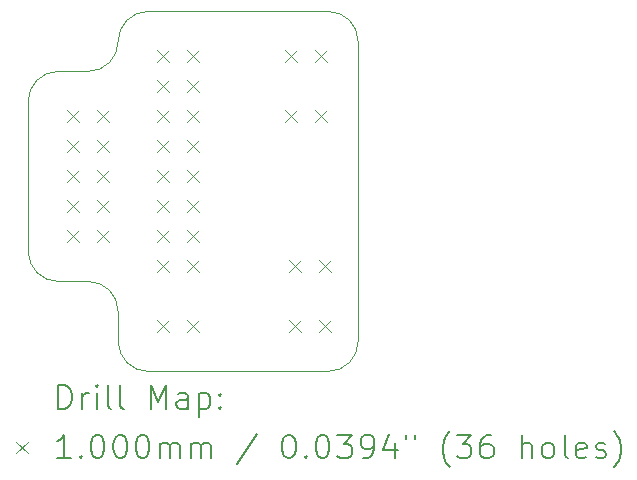
<source format=gbr>
%TF.GenerationSoftware,KiCad,Pcbnew,7.0.9*%
%TF.CreationDate,2023-11-25T21:26:44-08:00*%
%TF.ProjectId,supermicro-ATX-PCB,73757065-726d-4696-9372-6f2d4154582d,rev?*%
%TF.SameCoordinates,Original*%
%TF.FileFunction,Drillmap*%
%TF.FilePolarity,Positive*%
%FSLAX45Y45*%
G04 Gerber Fmt 4.5, Leading zero omitted, Abs format (unit mm)*
G04 Created by KiCad (PCBNEW 7.0.9) date 2023-11-25 21:26:44*
%MOMM*%
%LPD*%
G01*
G04 APERTURE LIST*
%ADD10C,0.100000*%
%ADD11C,0.200000*%
G04 APERTURE END LIST*
D10*
X10033000Y-8255000D02*
X10287000Y-8255000D01*
X12319000Y-9017000D02*
G75*
G03*
X12573000Y-8763000I0J254000D01*
G01*
X12319000Y-5969000D02*
X10795000Y-5969000D01*
X10033000Y-6477000D02*
X10287000Y-6477000D01*
X10541000Y-8509000D02*
X10541000Y-8763000D01*
X10541000Y-8763000D02*
G75*
G03*
X10795000Y-9017000I254000J0D01*
G01*
X9779000Y-8001000D02*
G75*
G03*
X10033000Y-8255000I254000J0D01*
G01*
X9779000Y-8001000D02*
X9779000Y-6731000D01*
X10795000Y-5969000D02*
G75*
G03*
X10541000Y-6223000I0J-254000D01*
G01*
X12573000Y-6223000D02*
X12573000Y-8763000D01*
X10287000Y-6477000D02*
G75*
G03*
X10541000Y-6223000I0J254000D01*
G01*
X10541000Y-8509000D02*
G75*
G03*
X10287000Y-8255000I-254000J0D01*
G01*
X12319000Y-9017000D02*
X10795000Y-9017000D01*
X12573000Y-6223000D02*
G75*
G03*
X12319000Y-5969000I-254000J0D01*
G01*
X10033000Y-6477000D02*
G75*
G03*
X9779000Y-6731000I0J-254000D01*
G01*
D11*
D10*
X10110000Y-6808000D02*
X10210000Y-6908000D01*
X10210000Y-6808000D02*
X10110000Y-6908000D01*
X10110000Y-7062000D02*
X10210000Y-7162000D01*
X10210000Y-7062000D02*
X10110000Y-7162000D01*
X10110000Y-7316000D02*
X10210000Y-7416000D01*
X10210000Y-7316000D02*
X10110000Y-7416000D01*
X10110000Y-7570000D02*
X10210000Y-7670000D01*
X10210000Y-7570000D02*
X10110000Y-7670000D01*
X10110000Y-7824000D02*
X10210000Y-7924000D01*
X10210000Y-7824000D02*
X10110000Y-7924000D01*
X10364000Y-6808000D02*
X10464000Y-6908000D01*
X10464000Y-6808000D02*
X10364000Y-6908000D01*
X10364000Y-7062000D02*
X10464000Y-7162000D01*
X10464000Y-7062000D02*
X10364000Y-7162000D01*
X10364000Y-7316000D02*
X10464000Y-7416000D01*
X10464000Y-7316000D02*
X10364000Y-7416000D01*
X10364000Y-7570000D02*
X10464000Y-7670000D01*
X10464000Y-7570000D02*
X10364000Y-7670000D01*
X10364000Y-7824000D02*
X10464000Y-7924000D01*
X10464000Y-7824000D02*
X10364000Y-7924000D01*
X10872000Y-6300000D02*
X10972000Y-6400000D01*
X10972000Y-6300000D02*
X10872000Y-6400000D01*
X10872000Y-6554000D02*
X10972000Y-6654000D01*
X10972000Y-6554000D02*
X10872000Y-6654000D01*
X10872000Y-6808000D02*
X10972000Y-6908000D01*
X10972000Y-6808000D02*
X10872000Y-6908000D01*
X10872000Y-7062000D02*
X10972000Y-7162000D01*
X10972000Y-7062000D02*
X10872000Y-7162000D01*
X10872000Y-7316000D02*
X10972000Y-7416000D01*
X10972000Y-7316000D02*
X10872000Y-7416000D01*
X10872000Y-7570000D02*
X10972000Y-7670000D01*
X10972000Y-7570000D02*
X10872000Y-7670000D01*
X10872000Y-7824000D02*
X10972000Y-7924000D01*
X10972000Y-7824000D02*
X10872000Y-7924000D01*
X10872000Y-8078000D02*
X10972000Y-8178000D01*
X10972000Y-8078000D02*
X10872000Y-8178000D01*
X10872000Y-8586000D02*
X10972000Y-8686000D01*
X10972000Y-8586000D02*
X10872000Y-8686000D01*
X11126000Y-6300000D02*
X11226000Y-6400000D01*
X11226000Y-6300000D02*
X11126000Y-6400000D01*
X11126000Y-6554000D02*
X11226000Y-6654000D01*
X11226000Y-6554000D02*
X11126000Y-6654000D01*
X11126000Y-6808000D02*
X11226000Y-6908000D01*
X11226000Y-6808000D02*
X11126000Y-6908000D01*
X11126000Y-7062000D02*
X11226000Y-7162000D01*
X11226000Y-7062000D02*
X11126000Y-7162000D01*
X11126000Y-7316000D02*
X11226000Y-7416000D01*
X11226000Y-7316000D02*
X11126000Y-7416000D01*
X11126000Y-7570000D02*
X11226000Y-7670000D01*
X11226000Y-7570000D02*
X11126000Y-7670000D01*
X11126000Y-7824000D02*
X11226000Y-7924000D01*
X11226000Y-7824000D02*
X11126000Y-7924000D01*
X11126000Y-8078000D02*
X11226000Y-8178000D01*
X11226000Y-8078000D02*
X11126000Y-8178000D01*
X11126000Y-8586000D02*
X11226000Y-8686000D01*
X11226000Y-8586000D02*
X11126000Y-8686000D01*
X11951500Y-6300000D02*
X12051500Y-6400000D01*
X12051500Y-6300000D02*
X11951500Y-6400000D01*
X11951500Y-6808000D02*
X12051500Y-6908000D01*
X12051500Y-6808000D02*
X11951500Y-6908000D01*
X11989600Y-8078000D02*
X12089600Y-8178000D01*
X12089600Y-8078000D02*
X11989600Y-8178000D01*
X11989600Y-8586000D02*
X12089600Y-8686000D01*
X12089600Y-8586000D02*
X11989600Y-8686000D01*
X12205500Y-6300000D02*
X12305500Y-6400000D01*
X12305500Y-6300000D02*
X12205500Y-6400000D01*
X12205500Y-6808000D02*
X12305500Y-6908000D01*
X12305500Y-6808000D02*
X12205500Y-6908000D01*
X12243600Y-8078000D02*
X12343600Y-8178000D01*
X12343600Y-8078000D02*
X12243600Y-8178000D01*
X12243600Y-8586000D02*
X12343600Y-8686000D01*
X12343600Y-8586000D02*
X12243600Y-8686000D01*
D11*
X10034777Y-9333484D02*
X10034777Y-9133484D01*
X10034777Y-9133484D02*
X10082396Y-9133484D01*
X10082396Y-9133484D02*
X10110967Y-9143008D01*
X10110967Y-9143008D02*
X10130015Y-9162055D01*
X10130015Y-9162055D02*
X10139539Y-9181103D01*
X10139539Y-9181103D02*
X10149063Y-9219198D01*
X10149063Y-9219198D02*
X10149063Y-9247770D01*
X10149063Y-9247770D02*
X10139539Y-9285865D01*
X10139539Y-9285865D02*
X10130015Y-9304912D01*
X10130015Y-9304912D02*
X10110967Y-9323960D01*
X10110967Y-9323960D02*
X10082396Y-9333484D01*
X10082396Y-9333484D02*
X10034777Y-9333484D01*
X10234777Y-9333484D02*
X10234777Y-9200150D01*
X10234777Y-9238246D02*
X10244301Y-9219198D01*
X10244301Y-9219198D02*
X10253824Y-9209674D01*
X10253824Y-9209674D02*
X10272872Y-9200150D01*
X10272872Y-9200150D02*
X10291920Y-9200150D01*
X10358586Y-9333484D02*
X10358586Y-9200150D01*
X10358586Y-9133484D02*
X10349063Y-9143008D01*
X10349063Y-9143008D02*
X10358586Y-9152531D01*
X10358586Y-9152531D02*
X10368110Y-9143008D01*
X10368110Y-9143008D02*
X10358586Y-9133484D01*
X10358586Y-9133484D02*
X10358586Y-9152531D01*
X10482396Y-9333484D02*
X10463348Y-9323960D01*
X10463348Y-9323960D02*
X10453824Y-9304912D01*
X10453824Y-9304912D02*
X10453824Y-9133484D01*
X10587158Y-9333484D02*
X10568110Y-9323960D01*
X10568110Y-9323960D02*
X10558586Y-9304912D01*
X10558586Y-9304912D02*
X10558586Y-9133484D01*
X10815729Y-9333484D02*
X10815729Y-9133484D01*
X10815729Y-9133484D02*
X10882396Y-9276341D01*
X10882396Y-9276341D02*
X10949063Y-9133484D01*
X10949063Y-9133484D02*
X10949063Y-9333484D01*
X11130015Y-9333484D02*
X11130015Y-9228722D01*
X11130015Y-9228722D02*
X11120491Y-9209674D01*
X11120491Y-9209674D02*
X11101444Y-9200150D01*
X11101444Y-9200150D02*
X11063348Y-9200150D01*
X11063348Y-9200150D02*
X11044301Y-9209674D01*
X11130015Y-9323960D02*
X11110967Y-9333484D01*
X11110967Y-9333484D02*
X11063348Y-9333484D01*
X11063348Y-9333484D02*
X11044301Y-9323960D01*
X11044301Y-9323960D02*
X11034777Y-9304912D01*
X11034777Y-9304912D02*
X11034777Y-9285865D01*
X11034777Y-9285865D02*
X11044301Y-9266817D01*
X11044301Y-9266817D02*
X11063348Y-9257293D01*
X11063348Y-9257293D02*
X11110967Y-9257293D01*
X11110967Y-9257293D02*
X11130015Y-9247770D01*
X11225253Y-9200150D02*
X11225253Y-9400150D01*
X11225253Y-9209674D02*
X11244301Y-9200150D01*
X11244301Y-9200150D02*
X11282396Y-9200150D01*
X11282396Y-9200150D02*
X11301443Y-9209674D01*
X11301443Y-9209674D02*
X11310967Y-9219198D01*
X11310967Y-9219198D02*
X11320491Y-9238246D01*
X11320491Y-9238246D02*
X11320491Y-9295389D01*
X11320491Y-9295389D02*
X11310967Y-9314436D01*
X11310967Y-9314436D02*
X11301443Y-9323960D01*
X11301443Y-9323960D02*
X11282396Y-9333484D01*
X11282396Y-9333484D02*
X11244301Y-9333484D01*
X11244301Y-9333484D02*
X11225253Y-9323960D01*
X11406205Y-9314436D02*
X11415729Y-9323960D01*
X11415729Y-9323960D02*
X11406205Y-9333484D01*
X11406205Y-9333484D02*
X11396682Y-9323960D01*
X11396682Y-9323960D02*
X11406205Y-9314436D01*
X11406205Y-9314436D02*
X11406205Y-9333484D01*
X11406205Y-9209674D02*
X11415729Y-9219198D01*
X11415729Y-9219198D02*
X11406205Y-9228722D01*
X11406205Y-9228722D02*
X11396682Y-9219198D01*
X11396682Y-9219198D02*
X11406205Y-9209674D01*
X11406205Y-9209674D02*
X11406205Y-9228722D01*
D10*
X9674000Y-9612000D02*
X9774000Y-9712000D01*
X9774000Y-9612000D02*
X9674000Y-9712000D01*
D11*
X10139539Y-9753484D02*
X10025253Y-9753484D01*
X10082396Y-9753484D02*
X10082396Y-9553484D01*
X10082396Y-9553484D02*
X10063348Y-9582055D01*
X10063348Y-9582055D02*
X10044301Y-9601103D01*
X10044301Y-9601103D02*
X10025253Y-9610627D01*
X10225253Y-9734436D02*
X10234777Y-9743960D01*
X10234777Y-9743960D02*
X10225253Y-9753484D01*
X10225253Y-9753484D02*
X10215729Y-9743960D01*
X10215729Y-9743960D02*
X10225253Y-9734436D01*
X10225253Y-9734436D02*
X10225253Y-9753484D01*
X10358586Y-9553484D02*
X10377634Y-9553484D01*
X10377634Y-9553484D02*
X10396682Y-9563008D01*
X10396682Y-9563008D02*
X10406205Y-9572531D01*
X10406205Y-9572531D02*
X10415729Y-9591579D01*
X10415729Y-9591579D02*
X10425253Y-9629674D01*
X10425253Y-9629674D02*
X10425253Y-9677293D01*
X10425253Y-9677293D02*
X10415729Y-9715389D01*
X10415729Y-9715389D02*
X10406205Y-9734436D01*
X10406205Y-9734436D02*
X10396682Y-9743960D01*
X10396682Y-9743960D02*
X10377634Y-9753484D01*
X10377634Y-9753484D02*
X10358586Y-9753484D01*
X10358586Y-9753484D02*
X10339539Y-9743960D01*
X10339539Y-9743960D02*
X10330015Y-9734436D01*
X10330015Y-9734436D02*
X10320491Y-9715389D01*
X10320491Y-9715389D02*
X10310967Y-9677293D01*
X10310967Y-9677293D02*
X10310967Y-9629674D01*
X10310967Y-9629674D02*
X10320491Y-9591579D01*
X10320491Y-9591579D02*
X10330015Y-9572531D01*
X10330015Y-9572531D02*
X10339539Y-9563008D01*
X10339539Y-9563008D02*
X10358586Y-9553484D01*
X10549063Y-9553484D02*
X10568110Y-9553484D01*
X10568110Y-9553484D02*
X10587158Y-9563008D01*
X10587158Y-9563008D02*
X10596682Y-9572531D01*
X10596682Y-9572531D02*
X10606205Y-9591579D01*
X10606205Y-9591579D02*
X10615729Y-9629674D01*
X10615729Y-9629674D02*
X10615729Y-9677293D01*
X10615729Y-9677293D02*
X10606205Y-9715389D01*
X10606205Y-9715389D02*
X10596682Y-9734436D01*
X10596682Y-9734436D02*
X10587158Y-9743960D01*
X10587158Y-9743960D02*
X10568110Y-9753484D01*
X10568110Y-9753484D02*
X10549063Y-9753484D01*
X10549063Y-9753484D02*
X10530015Y-9743960D01*
X10530015Y-9743960D02*
X10520491Y-9734436D01*
X10520491Y-9734436D02*
X10510967Y-9715389D01*
X10510967Y-9715389D02*
X10501444Y-9677293D01*
X10501444Y-9677293D02*
X10501444Y-9629674D01*
X10501444Y-9629674D02*
X10510967Y-9591579D01*
X10510967Y-9591579D02*
X10520491Y-9572531D01*
X10520491Y-9572531D02*
X10530015Y-9563008D01*
X10530015Y-9563008D02*
X10549063Y-9553484D01*
X10739539Y-9553484D02*
X10758586Y-9553484D01*
X10758586Y-9553484D02*
X10777634Y-9563008D01*
X10777634Y-9563008D02*
X10787158Y-9572531D01*
X10787158Y-9572531D02*
X10796682Y-9591579D01*
X10796682Y-9591579D02*
X10806205Y-9629674D01*
X10806205Y-9629674D02*
X10806205Y-9677293D01*
X10806205Y-9677293D02*
X10796682Y-9715389D01*
X10796682Y-9715389D02*
X10787158Y-9734436D01*
X10787158Y-9734436D02*
X10777634Y-9743960D01*
X10777634Y-9743960D02*
X10758586Y-9753484D01*
X10758586Y-9753484D02*
X10739539Y-9753484D01*
X10739539Y-9753484D02*
X10720491Y-9743960D01*
X10720491Y-9743960D02*
X10710967Y-9734436D01*
X10710967Y-9734436D02*
X10701444Y-9715389D01*
X10701444Y-9715389D02*
X10691920Y-9677293D01*
X10691920Y-9677293D02*
X10691920Y-9629674D01*
X10691920Y-9629674D02*
X10701444Y-9591579D01*
X10701444Y-9591579D02*
X10710967Y-9572531D01*
X10710967Y-9572531D02*
X10720491Y-9563008D01*
X10720491Y-9563008D02*
X10739539Y-9553484D01*
X10891920Y-9753484D02*
X10891920Y-9620150D01*
X10891920Y-9639198D02*
X10901444Y-9629674D01*
X10901444Y-9629674D02*
X10920491Y-9620150D01*
X10920491Y-9620150D02*
X10949063Y-9620150D01*
X10949063Y-9620150D02*
X10968110Y-9629674D01*
X10968110Y-9629674D02*
X10977634Y-9648722D01*
X10977634Y-9648722D02*
X10977634Y-9753484D01*
X10977634Y-9648722D02*
X10987158Y-9629674D01*
X10987158Y-9629674D02*
X11006205Y-9620150D01*
X11006205Y-9620150D02*
X11034777Y-9620150D01*
X11034777Y-9620150D02*
X11053825Y-9629674D01*
X11053825Y-9629674D02*
X11063348Y-9648722D01*
X11063348Y-9648722D02*
X11063348Y-9753484D01*
X11158586Y-9753484D02*
X11158586Y-9620150D01*
X11158586Y-9639198D02*
X11168110Y-9629674D01*
X11168110Y-9629674D02*
X11187158Y-9620150D01*
X11187158Y-9620150D02*
X11215729Y-9620150D01*
X11215729Y-9620150D02*
X11234777Y-9629674D01*
X11234777Y-9629674D02*
X11244301Y-9648722D01*
X11244301Y-9648722D02*
X11244301Y-9753484D01*
X11244301Y-9648722D02*
X11253824Y-9629674D01*
X11253824Y-9629674D02*
X11272872Y-9620150D01*
X11272872Y-9620150D02*
X11301443Y-9620150D01*
X11301443Y-9620150D02*
X11320491Y-9629674D01*
X11320491Y-9629674D02*
X11330015Y-9648722D01*
X11330015Y-9648722D02*
X11330015Y-9753484D01*
X11720491Y-9543960D02*
X11549063Y-9801103D01*
X11977634Y-9553484D02*
X11996682Y-9553484D01*
X11996682Y-9553484D02*
X12015729Y-9563008D01*
X12015729Y-9563008D02*
X12025253Y-9572531D01*
X12025253Y-9572531D02*
X12034777Y-9591579D01*
X12034777Y-9591579D02*
X12044301Y-9629674D01*
X12044301Y-9629674D02*
X12044301Y-9677293D01*
X12044301Y-9677293D02*
X12034777Y-9715389D01*
X12034777Y-9715389D02*
X12025253Y-9734436D01*
X12025253Y-9734436D02*
X12015729Y-9743960D01*
X12015729Y-9743960D02*
X11996682Y-9753484D01*
X11996682Y-9753484D02*
X11977634Y-9753484D01*
X11977634Y-9753484D02*
X11958586Y-9743960D01*
X11958586Y-9743960D02*
X11949063Y-9734436D01*
X11949063Y-9734436D02*
X11939539Y-9715389D01*
X11939539Y-9715389D02*
X11930015Y-9677293D01*
X11930015Y-9677293D02*
X11930015Y-9629674D01*
X11930015Y-9629674D02*
X11939539Y-9591579D01*
X11939539Y-9591579D02*
X11949063Y-9572531D01*
X11949063Y-9572531D02*
X11958586Y-9563008D01*
X11958586Y-9563008D02*
X11977634Y-9553484D01*
X12130015Y-9734436D02*
X12139539Y-9743960D01*
X12139539Y-9743960D02*
X12130015Y-9753484D01*
X12130015Y-9753484D02*
X12120491Y-9743960D01*
X12120491Y-9743960D02*
X12130015Y-9734436D01*
X12130015Y-9734436D02*
X12130015Y-9753484D01*
X12263348Y-9553484D02*
X12282396Y-9553484D01*
X12282396Y-9553484D02*
X12301444Y-9563008D01*
X12301444Y-9563008D02*
X12310967Y-9572531D01*
X12310967Y-9572531D02*
X12320491Y-9591579D01*
X12320491Y-9591579D02*
X12330015Y-9629674D01*
X12330015Y-9629674D02*
X12330015Y-9677293D01*
X12330015Y-9677293D02*
X12320491Y-9715389D01*
X12320491Y-9715389D02*
X12310967Y-9734436D01*
X12310967Y-9734436D02*
X12301444Y-9743960D01*
X12301444Y-9743960D02*
X12282396Y-9753484D01*
X12282396Y-9753484D02*
X12263348Y-9753484D01*
X12263348Y-9753484D02*
X12244301Y-9743960D01*
X12244301Y-9743960D02*
X12234777Y-9734436D01*
X12234777Y-9734436D02*
X12225253Y-9715389D01*
X12225253Y-9715389D02*
X12215729Y-9677293D01*
X12215729Y-9677293D02*
X12215729Y-9629674D01*
X12215729Y-9629674D02*
X12225253Y-9591579D01*
X12225253Y-9591579D02*
X12234777Y-9572531D01*
X12234777Y-9572531D02*
X12244301Y-9563008D01*
X12244301Y-9563008D02*
X12263348Y-9553484D01*
X12396682Y-9553484D02*
X12520491Y-9553484D01*
X12520491Y-9553484D02*
X12453825Y-9629674D01*
X12453825Y-9629674D02*
X12482396Y-9629674D01*
X12482396Y-9629674D02*
X12501444Y-9639198D01*
X12501444Y-9639198D02*
X12510967Y-9648722D01*
X12510967Y-9648722D02*
X12520491Y-9667770D01*
X12520491Y-9667770D02*
X12520491Y-9715389D01*
X12520491Y-9715389D02*
X12510967Y-9734436D01*
X12510967Y-9734436D02*
X12501444Y-9743960D01*
X12501444Y-9743960D02*
X12482396Y-9753484D01*
X12482396Y-9753484D02*
X12425253Y-9753484D01*
X12425253Y-9753484D02*
X12406206Y-9743960D01*
X12406206Y-9743960D02*
X12396682Y-9734436D01*
X12615729Y-9753484D02*
X12653825Y-9753484D01*
X12653825Y-9753484D02*
X12672872Y-9743960D01*
X12672872Y-9743960D02*
X12682396Y-9734436D01*
X12682396Y-9734436D02*
X12701444Y-9705865D01*
X12701444Y-9705865D02*
X12710967Y-9667770D01*
X12710967Y-9667770D02*
X12710967Y-9591579D01*
X12710967Y-9591579D02*
X12701444Y-9572531D01*
X12701444Y-9572531D02*
X12691920Y-9563008D01*
X12691920Y-9563008D02*
X12672872Y-9553484D01*
X12672872Y-9553484D02*
X12634777Y-9553484D01*
X12634777Y-9553484D02*
X12615729Y-9563008D01*
X12615729Y-9563008D02*
X12606206Y-9572531D01*
X12606206Y-9572531D02*
X12596682Y-9591579D01*
X12596682Y-9591579D02*
X12596682Y-9639198D01*
X12596682Y-9639198D02*
X12606206Y-9658246D01*
X12606206Y-9658246D02*
X12615729Y-9667770D01*
X12615729Y-9667770D02*
X12634777Y-9677293D01*
X12634777Y-9677293D02*
X12672872Y-9677293D01*
X12672872Y-9677293D02*
X12691920Y-9667770D01*
X12691920Y-9667770D02*
X12701444Y-9658246D01*
X12701444Y-9658246D02*
X12710967Y-9639198D01*
X12882396Y-9620150D02*
X12882396Y-9753484D01*
X12834777Y-9543960D02*
X12787158Y-9686817D01*
X12787158Y-9686817D02*
X12910967Y-9686817D01*
X12977634Y-9553484D02*
X12977634Y-9591579D01*
X13053825Y-9553484D02*
X13053825Y-9591579D01*
X13349063Y-9829674D02*
X13339539Y-9820150D01*
X13339539Y-9820150D02*
X13320491Y-9791579D01*
X13320491Y-9791579D02*
X13310968Y-9772531D01*
X13310968Y-9772531D02*
X13301444Y-9743960D01*
X13301444Y-9743960D02*
X13291920Y-9696341D01*
X13291920Y-9696341D02*
X13291920Y-9658246D01*
X13291920Y-9658246D02*
X13301444Y-9610627D01*
X13301444Y-9610627D02*
X13310968Y-9582055D01*
X13310968Y-9582055D02*
X13320491Y-9563008D01*
X13320491Y-9563008D02*
X13339539Y-9534436D01*
X13339539Y-9534436D02*
X13349063Y-9524912D01*
X13406206Y-9553484D02*
X13530015Y-9553484D01*
X13530015Y-9553484D02*
X13463348Y-9629674D01*
X13463348Y-9629674D02*
X13491920Y-9629674D01*
X13491920Y-9629674D02*
X13510968Y-9639198D01*
X13510968Y-9639198D02*
X13520491Y-9648722D01*
X13520491Y-9648722D02*
X13530015Y-9667770D01*
X13530015Y-9667770D02*
X13530015Y-9715389D01*
X13530015Y-9715389D02*
X13520491Y-9734436D01*
X13520491Y-9734436D02*
X13510968Y-9743960D01*
X13510968Y-9743960D02*
X13491920Y-9753484D01*
X13491920Y-9753484D02*
X13434777Y-9753484D01*
X13434777Y-9753484D02*
X13415729Y-9743960D01*
X13415729Y-9743960D02*
X13406206Y-9734436D01*
X13701444Y-9553484D02*
X13663348Y-9553484D01*
X13663348Y-9553484D02*
X13644301Y-9563008D01*
X13644301Y-9563008D02*
X13634777Y-9572531D01*
X13634777Y-9572531D02*
X13615729Y-9601103D01*
X13615729Y-9601103D02*
X13606206Y-9639198D01*
X13606206Y-9639198D02*
X13606206Y-9715389D01*
X13606206Y-9715389D02*
X13615729Y-9734436D01*
X13615729Y-9734436D02*
X13625253Y-9743960D01*
X13625253Y-9743960D02*
X13644301Y-9753484D01*
X13644301Y-9753484D02*
X13682396Y-9753484D01*
X13682396Y-9753484D02*
X13701444Y-9743960D01*
X13701444Y-9743960D02*
X13710968Y-9734436D01*
X13710968Y-9734436D02*
X13720491Y-9715389D01*
X13720491Y-9715389D02*
X13720491Y-9667770D01*
X13720491Y-9667770D02*
X13710968Y-9648722D01*
X13710968Y-9648722D02*
X13701444Y-9639198D01*
X13701444Y-9639198D02*
X13682396Y-9629674D01*
X13682396Y-9629674D02*
X13644301Y-9629674D01*
X13644301Y-9629674D02*
X13625253Y-9639198D01*
X13625253Y-9639198D02*
X13615729Y-9648722D01*
X13615729Y-9648722D02*
X13606206Y-9667770D01*
X13958587Y-9753484D02*
X13958587Y-9553484D01*
X14044301Y-9753484D02*
X14044301Y-9648722D01*
X14044301Y-9648722D02*
X14034777Y-9629674D01*
X14034777Y-9629674D02*
X14015730Y-9620150D01*
X14015730Y-9620150D02*
X13987158Y-9620150D01*
X13987158Y-9620150D02*
X13968110Y-9629674D01*
X13968110Y-9629674D02*
X13958587Y-9639198D01*
X14168110Y-9753484D02*
X14149063Y-9743960D01*
X14149063Y-9743960D02*
X14139539Y-9734436D01*
X14139539Y-9734436D02*
X14130015Y-9715389D01*
X14130015Y-9715389D02*
X14130015Y-9658246D01*
X14130015Y-9658246D02*
X14139539Y-9639198D01*
X14139539Y-9639198D02*
X14149063Y-9629674D01*
X14149063Y-9629674D02*
X14168110Y-9620150D01*
X14168110Y-9620150D02*
X14196682Y-9620150D01*
X14196682Y-9620150D02*
X14215730Y-9629674D01*
X14215730Y-9629674D02*
X14225253Y-9639198D01*
X14225253Y-9639198D02*
X14234777Y-9658246D01*
X14234777Y-9658246D02*
X14234777Y-9715389D01*
X14234777Y-9715389D02*
X14225253Y-9734436D01*
X14225253Y-9734436D02*
X14215730Y-9743960D01*
X14215730Y-9743960D02*
X14196682Y-9753484D01*
X14196682Y-9753484D02*
X14168110Y-9753484D01*
X14349063Y-9753484D02*
X14330015Y-9743960D01*
X14330015Y-9743960D02*
X14320491Y-9724912D01*
X14320491Y-9724912D02*
X14320491Y-9553484D01*
X14501444Y-9743960D02*
X14482396Y-9753484D01*
X14482396Y-9753484D02*
X14444301Y-9753484D01*
X14444301Y-9753484D02*
X14425253Y-9743960D01*
X14425253Y-9743960D02*
X14415730Y-9724912D01*
X14415730Y-9724912D02*
X14415730Y-9648722D01*
X14415730Y-9648722D02*
X14425253Y-9629674D01*
X14425253Y-9629674D02*
X14444301Y-9620150D01*
X14444301Y-9620150D02*
X14482396Y-9620150D01*
X14482396Y-9620150D02*
X14501444Y-9629674D01*
X14501444Y-9629674D02*
X14510968Y-9648722D01*
X14510968Y-9648722D02*
X14510968Y-9667770D01*
X14510968Y-9667770D02*
X14415730Y-9686817D01*
X14587158Y-9743960D02*
X14606206Y-9753484D01*
X14606206Y-9753484D02*
X14644301Y-9753484D01*
X14644301Y-9753484D02*
X14663349Y-9743960D01*
X14663349Y-9743960D02*
X14672872Y-9724912D01*
X14672872Y-9724912D02*
X14672872Y-9715389D01*
X14672872Y-9715389D02*
X14663349Y-9696341D01*
X14663349Y-9696341D02*
X14644301Y-9686817D01*
X14644301Y-9686817D02*
X14615730Y-9686817D01*
X14615730Y-9686817D02*
X14596682Y-9677293D01*
X14596682Y-9677293D02*
X14587158Y-9658246D01*
X14587158Y-9658246D02*
X14587158Y-9648722D01*
X14587158Y-9648722D02*
X14596682Y-9629674D01*
X14596682Y-9629674D02*
X14615730Y-9620150D01*
X14615730Y-9620150D02*
X14644301Y-9620150D01*
X14644301Y-9620150D02*
X14663349Y-9629674D01*
X14739539Y-9829674D02*
X14749063Y-9820150D01*
X14749063Y-9820150D02*
X14768111Y-9791579D01*
X14768111Y-9791579D02*
X14777634Y-9772531D01*
X14777634Y-9772531D02*
X14787158Y-9743960D01*
X14787158Y-9743960D02*
X14796682Y-9696341D01*
X14796682Y-9696341D02*
X14796682Y-9658246D01*
X14796682Y-9658246D02*
X14787158Y-9610627D01*
X14787158Y-9610627D02*
X14777634Y-9582055D01*
X14777634Y-9582055D02*
X14768111Y-9563008D01*
X14768111Y-9563008D02*
X14749063Y-9534436D01*
X14749063Y-9534436D02*
X14739539Y-9524912D01*
M02*

</source>
